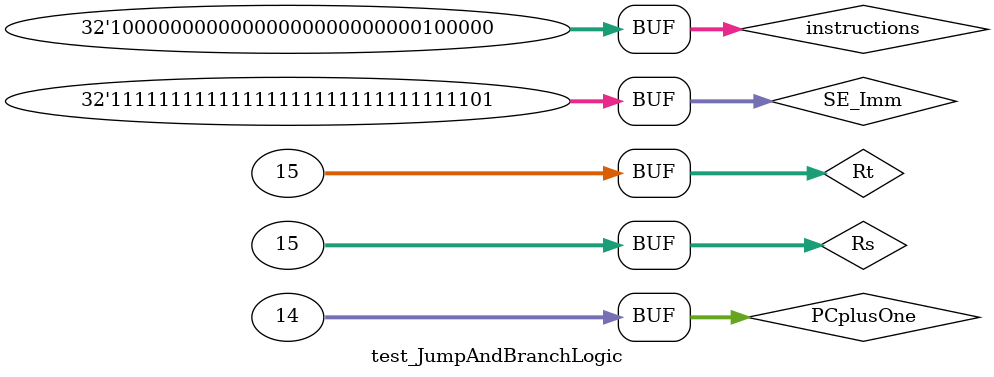
<source format=v>
`timescale 1ns / 1ps


module test_JumpAndBranchLogic;

	// Inputs
	reg [31:0] instructions;
	reg [31:0] Rs;
	reg [31:0] Rt;
	reg [31:0] PCplusOne;
	reg [31:0] SE_Imm;

	// Outputs
	wire [31:0] ID_PC;
	wire PCSource;

	// Instantiate the Unit Under Test (UUT)
	JumpAndBranchLogic uut (
		.instructions(instructions), 
		.Rs(Rs), 
		.Rt(Rt), 
		.PCplusOne(PCplusOne), 
		.SE_Imm(SE_Imm), 
		.ID_PC(ID_PC), 
		.PCSource(PCSource)
	);

	initial begin
		// Initialize Inputs
		// Initialize Inputs
		instructions = 32'b100000_00000_00000_00000_00000_100000;
		Rs = 15;
		Rt = 15;
		PCplusOne = 32'b000000_00000_00000_00000_00000_001110; 
		SE_Imm = -3;

		// Wait 100 ns for global reset to finish
		#100;
        
		// Add stimulus here

	end
      
endmodule


</source>
